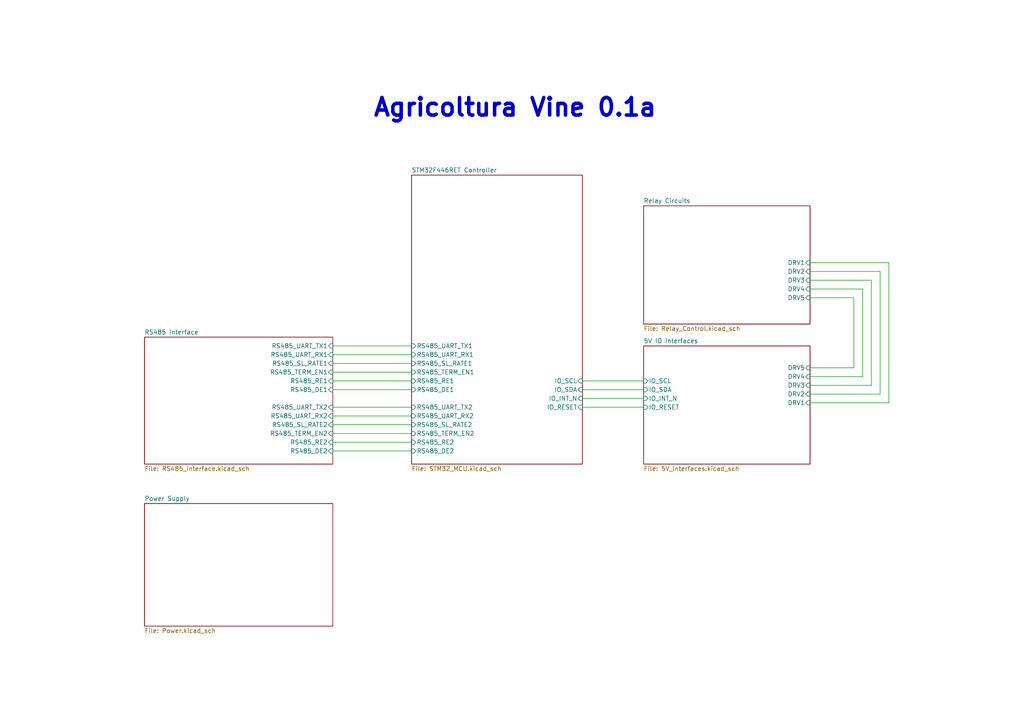
<source format=kicad_sch>
(kicad_sch
	(version 20231120)
	(generator "eeschema")
	(generator_version "8.0")
	(uuid "f7a6e4cc-d2ad-4fd1-9dd0-21a17dced7b5")
	(paper "A4")
	(lib_symbols)
	(wire
		(pts
			(xy 119.38 110.49) (xy 96.52 110.49)
		)
		(stroke
			(width 0)
			(type default)
		)
		(uuid "038ad318-73f3-45a9-a5f5-8a2401ae6136")
	)
	(wire
		(pts
			(xy 247.65 106.68) (xy 234.95 106.68)
		)
		(stroke
			(width 0)
			(type default)
		)
		(uuid "0ee2abd1-f5ff-4f53-93f6-1bf4aa04f4d5")
	)
	(wire
		(pts
			(xy 250.19 109.22) (xy 234.95 109.22)
		)
		(stroke
			(width 0)
			(type default)
		)
		(uuid "168b4c2e-1742-4cd1-9774-a3c02c2138b2")
	)
	(wire
		(pts
			(xy 247.65 86.36) (xy 247.65 106.68)
		)
		(stroke
			(width 0)
			(type default)
		)
		(uuid "19e04ed1-b769-4a6d-9d7d-85c808553963")
	)
	(wire
		(pts
			(xy 96.52 130.81) (xy 119.38 130.81)
		)
		(stroke
			(width 0)
			(type default)
		)
		(uuid "1e19b041-29e9-4374-a6ad-993c6693a9cf")
	)
	(wire
		(pts
			(xy 234.95 111.76) (xy 252.73 111.76)
		)
		(stroke
			(width 0)
			(type default)
		)
		(uuid "21bc5c32-7154-4da3-9709-8b80581e807d")
	)
	(wire
		(pts
			(xy 96.52 125.73) (xy 119.38 125.73)
		)
		(stroke
			(width 0)
			(type default)
		)
		(uuid "25752f25-a663-4dae-b5e6-1e44504bce10")
	)
	(wire
		(pts
			(xy 96.52 113.03) (xy 119.38 113.03)
		)
		(stroke
			(width 0)
			(type default)
		)
		(uuid "27e79dac-5347-404d-b586-dade5b4fe389")
	)
	(wire
		(pts
			(xy 250.19 83.82) (xy 250.19 109.22)
		)
		(stroke
			(width 0)
			(type default)
		)
		(uuid "2b5ee7e7-2ae4-498d-9089-d38d224302de")
	)
	(wire
		(pts
			(xy 186.69 115.57) (xy 168.91 115.57)
		)
		(stroke
			(width 0)
			(type default)
		)
		(uuid "2f9e32e4-def6-44c5-b167-d1250cfa2dcc")
	)
	(wire
		(pts
			(xy 252.73 111.76) (xy 252.73 81.28)
		)
		(stroke
			(width 0)
			(type default)
		)
		(uuid "3d544165-9c72-47ca-b6d3-dc36bca1098e")
	)
	(wire
		(pts
			(xy 234.95 83.82) (xy 250.19 83.82)
		)
		(stroke
			(width 0)
			(type default)
		)
		(uuid "3f4510ff-fdc2-4376-9ca0-cec11fb1d9f5")
	)
	(wire
		(pts
			(xy 119.38 118.11) (xy 96.52 118.11)
		)
		(stroke
			(width 0)
			(type default)
		)
		(uuid "463a64f4-ef8d-4bd0-b983-bb0c1745d9da")
	)
	(wire
		(pts
			(xy 119.38 128.27) (xy 96.52 128.27)
		)
		(stroke
			(width 0)
			(type default)
		)
		(uuid "4d058256-7262-4a80-8c57-e0034850dfbb")
	)
	(wire
		(pts
			(xy 119.38 123.19) (xy 96.52 123.19)
		)
		(stroke
			(width 0)
			(type default)
		)
		(uuid "50286f82-c568-4752-908a-255126e82029")
	)
	(wire
		(pts
			(xy 234.95 86.36) (xy 247.65 86.36)
		)
		(stroke
			(width 0)
			(type default)
		)
		(uuid "5d16b667-94fa-4b90-8adf-774dbddba1d0")
	)
	(wire
		(pts
			(xy 234.95 78.74) (xy 255.27 78.74)
		)
		(stroke
			(width 0)
			(type default)
		)
		(uuid "63b46d2b-b7b9-48af-9f61-6b1fd2676ad9")
	)
	(wire
		(pts
			(xy 252.73 81.28) (xy 234.95 81.28)
		)
		(stroke
			(width 0)
			(type default)
		)
		(uuid "879fd56d-90aa-4d06-9c33-70e1020264f3")
	)
	(wire
		(pts
			(xy 257.81 76.2) (xy 234.95 76.2)
		)
		(stroke
			(width 0)
			(type default)
		)
		(uuid "89d7dae8-391c-4f2b-ae2e-6c9038decee1")
	)
	(wire
		(pts
			(xy 257.81 116.84) (xy 257.81 76.2)
		)
		(stroke
			(width 0)
			(type default)
		)
		(uuid "8d842919-4f44-4afd-bed9-a724d5a0a75b")
	)
	(wire
		(pts
			(xy 96.52 120.65) (xy 119.38 120.65)
		)
		(stroke
			(width 0)
			(type default)
		)
		(uuid "9c7fd557-7462-4cc8-bcb6-1a732c7dd73e")
	)
	(wire
		(pts
			(xy 255.27 114.3) (xy 234.95 114.3)
		)
		(stroke
			(width 0)
			(type default)
		)
		(uuid "aa25effa-a2e7-42bc-bf44-18b6ac52ba19")
	)
	(wire
		(pts
			(xy 234.95 116.84) (xy 257.81 116.84)
		)
		(stroke
			(width 0)
			(type default)
		)
		(uuid "b96f38e8-c2a8-428f-a354-850f1994184a")
	)
	(wire
		(pts
			(xy 96.52 107.95) (xy 119.38 107.95)
		)
		(stroke
			(width 0)
			(type default)
		)
		(uuid "bc007dcc-0151-42e5-84b4-7243fe2b441a")
	)
	(wire
		(pts
			(xy 255.27 78.74) (xy 255.27 114.3)
		)
		(stroke
			(width 0)
			(type default)
		)
		(uuid "c97019f1-35ce-47e8-b694-4b56bdeaa1aa")
	)
	(wire
		(pts
			(xy 168.91 118.11) (xy 186.69 118.11)
		)
		(stroke
			(width 0)
			(type default)
		)
		(uuid "cc196a14-2c90-431d-a3a7-6d580c228b15")
	)
	(wire
		(pts
			(xy 119.38 105.41) (xy 96.52 105.41)
		)
		(stroke
			(width 0)
			(type default)
		)
		(uuid "d0480f0a-c0f0-480c-84ca-8518e631a6ee")
	)
	(wire
		(pts
			(xy 186.69 113.03) (xy 168.91 113.03)
		)
		(stroke
			(width 0)
			(type default)
		)
		(uuid "e0fc978a-1c02-416d-81f4-111d5ce3e741")
	)
	(wire
		(pts
			(xy 119.38 102.87) (xy 96.52 102.87)
		)
		(stroke
			(width 0)
			(type default)
		)
		(uuid "e8e0aaf8-da85-4244-9243-f85adacf4aea")
	)
	(wire
		(pts
			(xy 186.69 110.49) (xy 168.91 110.49)
		)
		(stroke
			(width 0)
			(type default)
		)
		(uuid "eab14e5c-cde0-4ce4-95ac-6facf658d91d")
	)
	(wire
		(pts
			(xy 96.52 100.33) (xy 119.38 100.33)
		)
		(stroke
			(width 0)
			(type default)
		)
		(uuid "f33e3305-77ab-4154-b382-e59baf69745b")
	)
	(text "Agricoltura Vine 0.1a"
		(exclude_from_sim no)
		(at 107.95 34.29 0)
		(effects
			(font
				(size 5.08 5.08)
				(thickness 1.016)
				(bold yes)
			)
			(justify left bottom)
		)
		(uuid "e24df8be-ddae-4d3c-9a41-aeee6caa4b0f")
	)
	(sheet
		(at 119.38 50.8)
		(size 49.53 83.82)
		(fields_autoplaced yes)
		(stroke
			(width 0)
			(type solid)
		)
		(fill
			(color 0 0 0 0.0000)
		)
		(uuid "00000000-0000-0000-0000-00005ee8264d")
		(property "Sheetname" "STM32F446RET Controller"
			(at 119.38 50.0884 0)
			(effects
				(font
					(size 1.27 1.27)
				)
				(justify left bottom)
			)
		)
		(property "Sheetfile" "STM32_MCU.kicad_sch"
			(at 119.38 135.2046 0)
			(effects
				(font
					(size 1.27 1.27)
				)
				(justify left top)
			)
		)
		(pin "RS485_UART_TX1" input
			(at 119.38 100.33 180)
			(effects
				(font
					(size 1.27 1.27)
				)
				(justify left)
			)
			(uuid "db261f32-310a-428b-8d2e-2a652a86a6e0")
		)
		(pin "RS485_UART_RX1" input
			(at 119.38 102.87 180)
			(effects
				(font
					(size 1.27 1.27)
				)
				(justify left)
			)
			(uuid "2a6d807a-7dc8-457f-8d1e-ec743c091816")
		)
		(pin "RS485_UART_TX2" input
			(at 119.38 118.11 180)
			(effects
				(font
					(size 1.27 1.27)
				)
				(justify left)
			)
			(uuid "23028629-ec14-4cfd-b606-71549e5601c9")
		)
		(pin "RS485_UART_RX2" input
			(at 119.38 120.65 180)
			(effects
				(font
					(size 1.27 1.27)
				)
				(justify left)
			)
			(uuid "811548f8-1255-4314-9105-9ef51ebcf61a")
		)
		(pin "RS485_DE1" input
			(at 119.38 113.03 180)
			(effects
				(font
					(size 1.27 1.27)
				)
				(justify left)
			)
			(uuid "cb17c7b0-4c10-4135-b29f-9a13a3451d07")
		)
		(pin "RS485_DE2" input
			(at 119.38 130.81 180)
			(effects
				(font
					(size 1.27 1.27)
				)
				(justify left)
			)
			(uuid "96789cef-de7b-4320-86ad-a056064b6dad")
		)
		(pin "RS485_TERM_EN1" input
			(at 119.38 107.95 180)
			(effects
				(font
					(size 1.27 1.27)
				)
				(justify left)
			)
			(uuid "57d1968b-0af6-45d3-9b67-617cd9072ce5")
		)
		(pin "RS485_SL_RATE1" input
			(at 119.38 105.41 180)
			(effects
				(font
					(size 1.27 1.27)
				)
				(justify left)
			)
			(uuid "0b98d061-cc4a-4951-9b42-d91991bb1265")
		)
		(pin "RS485_RE1" input
			(at 119.38 110.49 180)
			(effects
				(font
					(size 1.27 1.27)
				)
				(justify left)
			)
			(uuid "f9293f38-83b3-4991-855d-b43b9dead94a")
		)
		(pin "RS485_SL_RATE2" input
			(at 119.38 123.19 180)
			(effects
				(font
					(size 1.27 1.27)
				)
				(justify left)
			)
			(uuid "1c78fd54-61c6-4e58-a25d-93116bab4cee")
		)
		(pin "RS485_RE2" input
			(at 119.38 128.27 180)
			(effects
				(font
					(size 1.27 1.27)
				)
				(justify left)
			)
			(uuid "0ebe4546-0282-43c7-a15f-265458ac963d")
		)
		(pin "RS485_TERM_EN2" input
			(at 119.38 125.73 180)
			(effects
				(font
					(size 1.27 1.27)
				)
				(justify left)
			)
			(uuid "4768355e-8f3d-4b1a-845f-bcd819818223")
		)
		(pin "IO_SCL" input
			(at 168.91 110.49 0)
			(effects
				(font
					(size 1.27 1.27)
				)
				(justify right)
			)
			(uuid "0cbb2fca-38f1-40e0-8a72-a85c97c22915")
		)
		(pin "IO_SDA" input
			(at 168.91 113.03 0)
			(effects
				(font
					(size 1.27 1.27)
				)
				(justify right)
			)
			(uuid "921dfead-1825-47d5-9900-f2e006a6faf7")
		)
		(pin "IO_INT_N" input
			(at 168.91 115.57 0)
			(effects
				(font
					(size 1.27 1.27)
				)
				(justify right)
			)
			(uuid "fc5bd9b5-884b-4f08-b253-d38d77b715bf")
		)
		(pin "IO_RESET" input
			(at 168.91 118.11 0)
			(effects
				(font
					(size 1.27 1.27)
				)
				(justify right)
			)
			(uuid "6b146cf6-eb51-4e47-a983-596dd45a1368")
		)
		(instances
			(project "agricoltura-vine-k"
				(path "/f7a6e4cc-d2ad-4fd1-9dd0-21a17dced7b5"
					(page "4")
				)
			)
		)
	)
	(sheet
		(at 41.91 146.05)
		(size 54.61 35.56)
		(fields_autoplaced yes)
		(stroke
			(width 0)
			(type solid)
		)
		(fill
			(color 0 0 0 0.0000)
		)
		(uuid "00000000-0000-0000-0000-00005ee8280d")
		(property "Sheetname" "Power Supply"
			(at 41.91 145.3384 0)
			(effects
				(font
					(size 1.27 1.27)
				)
				(justify left bottom)
			)
		)
		(property "Sheetfile" "Power.kicad_sch"
			(at 41.91 182.1946 0)
			(effects
				(font
					(size 1.27 1.27)
				)
				(justify left top)
			)
		)
		(instances
			(project "agricoltura-vine-k"
				(path "/f7a6e4cc-d2ad-4fd1-9dd0-21a17dced7b5"
					(page "3")
				)
			)
		)
	)
	(sheet
		(at 41.91 97.79)
		(size 54.61 36.83)
		(fields_autoplaced yes)
		(stroke
			(width 0)
			(type solid)
		)
		(fill
			(color 0 0 0 0.0000)
		)
		(uuid "00000000-0000-0000-0000-00005ee82896")
		(property "Sheetname" "RS485 Interface"
			(at 41.91 97.0784 0)
			(effects
				(font
					(size 1.27 1.27)
				)
				(justify left bottom)
			)
		)
		(property "Sheetfile" "RS485_Interface.kicad_sch"
			(at 41.91 135.2046 0)
			(effects
				(font
					(size 1.27 1.27)
				)
				(justify left top)
			)
		)
		(pin "RS485_UART_TX1" input
			(at 96.52 100.33 0)
			(effects
				(font
					(size 1.27 1.27)
				)
				(justify right)
			)
			(uuid "47a0d3ca-e104-442c-8b13-15624e692018")
		)
		(pin "RS485_UART_RX1" input
			(at 96.52 102.87 0)
			(effects
				(font
					(size 1.27 1.27)
				)
				(justify right)
			)
			(uuid "dd71a107-51b9-4a80-85e1-eb6f2d198f94")
		)
		(pin "RS485_UART_TX2" input
			(at 96.52 118.11 0)
			(effects
				(font
					(size 1.27 1.27)
				)
				(justify right)
			)
			(uuid "9931eb72-fea2-4309-940a-3b5c49266120")
		)
		(pin "RS485_UART_RX2" input
			(at 96.52 120.65 0)
			(effects
				(font
					(size 1.27 1.27)
				)
				(justify right)
			)
			(uuid "7bcded8f-32bf-449e-96f7-31aeb321d516")
		)
		(pin "RS485_DE2" input
			(at 96.52 130.81 0)
			(effects
				(font
					(size 1.27 1.27)
				)
				(justify right)
			)
			(uuid "f8fe65bc-1dd9-49f4-93a0-efbb7217b5c2")
		)
		(pin "RS485_DE1" input
			(at 96.52 113.03 0)
			(effects
				(font
					(size 1.27 1.27)
				)
				(justify right)
			)
			(uuid "a496195b-c241-454a-895f-6179c1ba4966")
		)
		(pin "RS485_SL_RATE2" input
			(at 96.52 123.19 0)
			(effects
				(font
					(size 1.27 1.27)
				)
				(justify right)
			)
			(uuid "ecadd4a8-ad9b-4f74-97f1-fdecc666b468")
		)
		(pin "RS485_SL_RATE1" input
			(at 96.52 105.41 0)
			(effects
				(font
					(size 1.27 1.27)
				)
				(justify right)
			)
			(uuid "ae0c11d3-fe8a-4666-a5c8-e58a5d383c20")
		)
		(pin "RS485_TERM_EN1" input
			(at 96.52 107.95 0)
			(effects
				(font
					(size 1.27 1.27)
				)
				(justify right)
			)
			(uuid "53dcdc0d-acfe-4ee1-99b4-edbf2245324a")
		)
		(pin "RS485_RE1" input
			(at 96.52 110.49 0)
			(effects
				(font
					(size 1.27 1.27)
				)
				(justify right)
			)
			(uuid "597e3a7d-97b2-458a-854c-1135ef60b9b8")
		)
		(pin "RS485_RE2" input
			(at 96.52 128.27 0)
			(effects
				(font
					(size 1.27 1.27)
				)
				(justify right)
			)
			(uuid "21973416-2ef1-40d6-b687-f2d751ad200c")
		)
		(pin "RS485_TERM_EN2" input
			(at 96.52 125.73 0)
			(effects
				(font
					(size 1.27 1.27)
				)
				(justify right)
			)
			(uuid "4ccd8f5a-b16a-4918-b059-e73d8e1404d8")
		)
		(instances
			(project "agricoltura-vine-k"
				(path "/f7a6e4cc-d2ad-4fd1-9dd0-21a17dced7b5"
					(page "2")
				)
			)
		)
	)
	(sheet
		(at 186.69 100.33)
		(size 48.26 34.29)
		(fields_autoplaced yes)
		(stroke
			(width 0)
			(type solid)
		)
		(fill
			(color 0 0 0 0.0000)
		)
		(uuid "00000000-0000-0000-0000-00005ef943a9")
		(property "Sheetname" "5V IO Interfaces"
			(at 186.69 99.6184 0)
			(effects
				(font
					(size 1.27 1.27)
				)
				(justify left bottom)
			)
		)
		(property "Sheetfile" "5V_Interfaces.kicad_sch"
			(at 186.69 135.2046 0)
			(effects
				(font
					(size 1.27 1.27)
				)
				(justify left top)
			)
		)
		(pin "IO_SCL" input
			(at 186.69 110.49 180)
			(effects
				(font
					(size 1.27 1.27)
				)
				(justify left)
			)
			(uuid "39c93345-07de-43ad-9eb0-23316c08cbf3")
		)
		(pin "IO_SDA" input
			(at 186.69 113.03 180)
			(effects
				(font
					(size 1.27 1.27)
				)
				(justify left)
			)
			(uuid "242e3eed-59f7-4949-a0bd-e7f5a63db6b2")
		)
		(pin "IO_INT_N" input
			(at 186.69 115.57 180)
			(effects
				(font
					(size 1.27 1.27)
				)
				(justify left)
			)
			(uuid "cb8f9077-2fc7-4fd0-ad61-ca624762ef2a")
		)
		(pin "IO_RESET" input
			(at 186.69 118.11 180)
			(effects
				(font
					(size 1.27 1.27)
				)
				(justify left)
			)
			(uuid "64e448b8-7bfd-423f-92ea-38976ea3c80a")
		)
		(pin "DRV4" input
			(at 234.95 109.22 0)
			(effects
				(font
					(size 1.27 1.27)
				)
				(justify right)
			)
			(uuid "6f81144f-7a02-4edf-9e74-5ec8a14be6b1")
		)
		(pin "DRV3" input
			(at 234.95 111.76 0)
			(effects
				(font
					(size 1.27 1.27)
				)
				(justify right)
			)
			(uuid "6dc06cd4-fa17-46b4-bdba-dee01b144150")
		)
		(pin "DRV2" input
			(at 234.95 114.3 0)
			(effects
				(font
					(size 1.27 1.27)
				)
				(justify right)
			)
			(uuid "6f69ea4e-64f4-4e90-b8d3-868bd79eacee")
		)
		(pin "DRV1" input
			(at 234.95 116.84 0)
			(effects
				(font
					(size 1.27 1.27)
				)
				(justify right)
			)
			(uuid "b3674df6-cc42-4296-85d6-94e299b00652")
		)
		(pin "DRV5" input
			(at 234.95 106.68 0)
			(effects
				(font
					(size 1.27 1.27)
				)
				(justify right)
			)
			(uuid "c7d4c6af-d3e5-41d2-8cc6-5e845d97d788")
		)
		(instances
			(project "agricoltura-vine-k"
				(path "/f7a6e4cc-d2ad-4fd1-9dd0-21a17dced7b5"
					(page "6")
				)
			)
		)
	)
	(sheet
		(at 186.69 59.69)
		(size 48.26 34.29)
		(fields_autoplaced yes)
		(stroke
			(width 0)
			(type solid)
		)
		(fill
			(color 0 0 0 0.0000)
		)
		(uuid "00000000-0000-0000-0000-00005f0125ae")
		(property "Sheetname" "Relay Circuits"
			(at 186.69 58.9784 0)
			(effects
				(font
					(size 1.27 1.27)
				)
				(justify left bottom)
			)
		)
		(property "Sheetfile" "Relay_Control.kicad_sch"
			(at 186.69 94.5646 0)
			(effects
				(font
					(size 1.27 1.27)
				)
				(justify left top)
			)
		)
		(pin "DRV1" input
			(at 234.95 76.2 0)
			(effects
				(font
					(size 1.27 1.27)
				)
				(justify right)
			)
			(uuid "30f2a42f-3d9a-4c95-b5a6-c949c6dca55d")
		)
		(pin "DRV2" input
			(at 234.95 78.74 0)
			(effects
				(font
					(size 1.27 1.27)
				)
				(justify right)
			)
			(uuid "1a484d3b-ef11-4c70-8397-11adcb73d445")
		)
		(pin "DRV3" input
			(at 234.95 81.28 0)
			(effects
				(font
					(size 1.27 1.27)
				)
				(justify right)
			)
			(uuid "b2895f56-569c-4410-94e9-e021593bfdda")
		)
		(pin "DRV4" input
			(at 234.95 83.82 0)
			(effects
				(font
					(size 1.27 1.27)
				)
				(justify right)
			)
			(uuid "f99f9c8c-04dc-4c21-b24f-44ebf6c3e1a6")
		)
		(pin "DRV5" input
			(at 234.95 86.36 0)
			(effects
				(font
					(size 1.27 1.27)
				)
				(justify right)
			)
			(uuid "ae5fa10a-3de7-433d-abba-536bbcfd36c9")
		)
		(instances
			(project "agricoltura-vine-k"
				(path "/f7a6e4cc-d2ad-4fd1-9dd0-21a17dced7b5"
					(page "5")
				)
			)
		)
	)
	(sheet_instances
		(path "/"
			(page "1")
		)
	)
)
</source>
